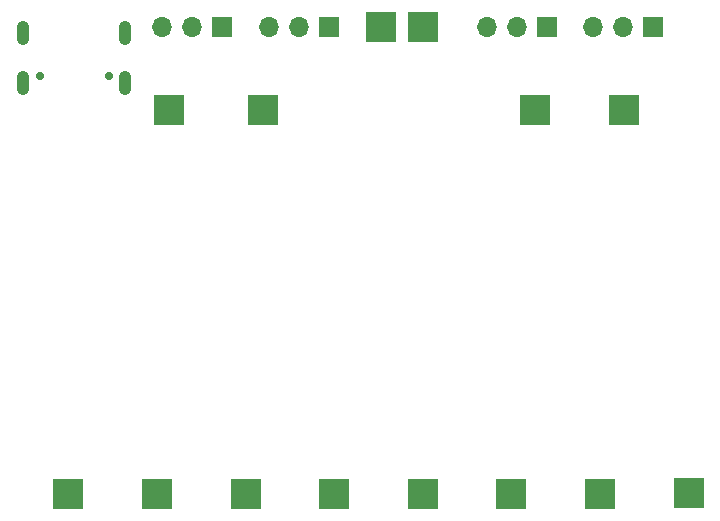
<source format=gbr>
%TF.GenerationSoftware,KiCad,Pcbnew,(6.0.4)*%
%TF.CreationDate,2023-01-21T01:53:36+00:00*%
%TF.ProjectId,Diff_probe,44696666-5f70-4726-9f62-652e6b696361,rev?*%
%TF.SameCoordinates,Original*%
%TF.FileFunction,Soldermask,Bot*%
%TF.FilePolarity,Negative*%
%FSLAX46Y46*%
G04 Gerber Fmt 4.6, Leading zero omitted, Abs format (unit mm)*
G04 Created by KiCad (PCBNEW (6.0.4)) date 2023-01-21 01:53:36*
%MOMM*%
%LPD*%
G01*
G04 APERTURE LIST*
%ADD10R,2.500000X2.500000*%
%ADD11R,1.700000X1.700000*%
%ADD12O,1.700000X1.700000*%
%ADD13C,0.700000*%
%ADD14O,1.050000X2.100000*%
G04 APERTURE END LIST*
D10*
%TO.C,TP11*%
X173000000Y-58500000D03*
%TD*%
D11*
%TO.C,J5*%
X177525000Y-19000000D03*
D12*
X174985000Y-19000000D03*
X172445000Y-19000000D03*
%TD*%
D10*
%TO.C,TP13*%
X167500000Y-26000000D03*
%TD*%
%TO.C,TP4*%
X143000000Y-58500000D03*
%TD*%
%TO.C,TP9*%
X158000000Y-58500000D03*
%TD*%
D11*
%TO.C,J1*%
X141000000Y-19000000D03*
D12*
X138460000Y-19000000D03*
X135920000Y-19000000D03*
%TD*%
D11*
%TO.C,J3*%
X150025000Y-19000000D03*
D12*
X147485000Y-19000000D03*
X144945000Y-19000000D03*
%TD*%
D11*
%TO.C,J4*%
X168500000Y-19000000D03*
D12*
X165960000Y-19000000D03*
X163420000Y-19000000D03*
%TD*%
D13*
%TO.C,J2*%
X131390000Y-23150000D03*
X125610000Y-23150000D03*
D14*
X132820000Y-23680000D03*
X124180000Y-23680000D03*
X132820000Y-19500000D03*
X124180000Y-19500000D03*
%TD*%
D10*
%TO.C,TP10*%
X165500000Y-58500000D03*
%TD*%
%TO.C,TP1*%
X128000000Y-58500000D03*
%TD*%
%TO.C,TP8*%
X154450000Y-19000000D03*
%TD*%
%TO.C,TP6*%
X144500000Y-26000000D03*
%TD*%
%TO.C,TP14*%
X175000000Y-26000000D03*
%TD*%
%TO.C,TP7*%
X158000000Y-19000000D03*
%TD*%
%TO.C,TP12*%
X180500000Y-58462500D03*
%TD*%
%TO.C,TP5*%
X150500000Y-58500000D03*
%TD*%
%TO.C,TP3*%
X136500000Y-26000000D03*
%TD*%
%TO.C,TP2*%
X135500000Y-58500000D03*
%TD*%
M02*

</source>
